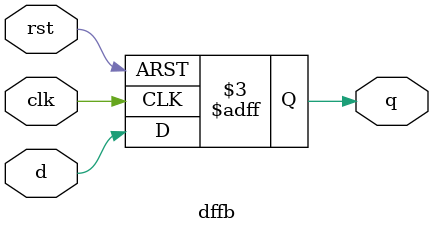
<source format=v>

/**************************************************
P1.1 BEHAVIORAL POSITIVE EDGE TRIGGERED D-FLIPFLOP   
ASYNCHRONOUS ACTIVE LOW RESET
************************************************/


module dffb(q,d,clk,rst);

	input d,clk,rst;
	output reg q;

	always@(posedge clk, negedge rst)
		if(!rst)
			q <= 1'b0;
		else
			q <= d;

endmodule
</source>
